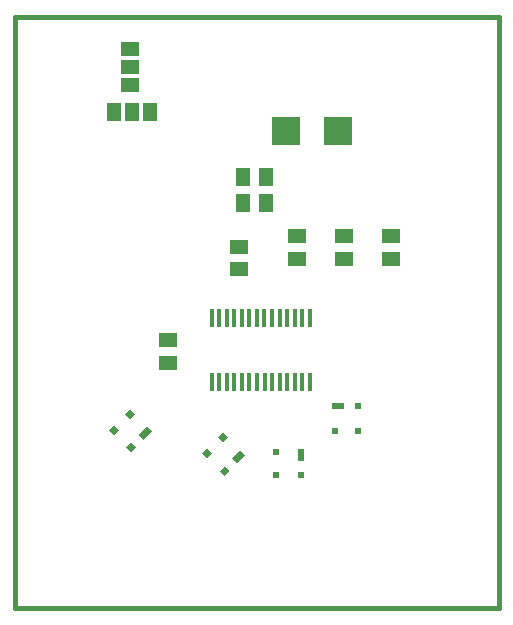
<source format=gbp>
G75*
%MOIN*%
%OFA0B0*%
%FSLAX24Y24*%
%IPPOS*%
%LPD*%
%AMOC8*
5,1,8,0,0,1.08239X$1,22.5*
%
%ADD10C,0.0160*%
%ADD11R,0.0138X0.0591*%
%ADD12R,0.0591X0.0512*%
%ADD13R,0.0512X0.0591*%
%ADD14R,0.0394X0.0236*%
%ADD15R,0.0236X0.0236*%
%ADD16R,0.0236X0.0394*%
%ADD17R,0.0236X0.0236*%
%ADD18R,0.0460X0.0630*%
%ADD19R,0.0630X0.0460*%
%ADD20R,0.0945X0.0945*%
D10*
X002254Y004003D02*
X018396Y004003D01*
X018396Y023688D01*
X002254Y023688D01*
X002254Y004003D01*
D11*
X008820Y011524D03*
X009072Y011524D03*
X009324Y011524D03*
X009576Y011524D03*
X009828Y011524D03*
X010080Y011524D03*
X010332Y011524D03*
X010584Y011524D03*
X010836Y011524D03*
X011088Y011524D03*
X011340Y011524D03*
X011592Y011524D03*
X011844Y011524D03*
X012096Y011524D03*
X012096Y013650D03*
X011844Y013650D03*
X011592Y013650D03*
X011340Y013650D03*
X011088Y013650D03*
X010836Y013650D03*
X010576Y013650D03*
X010332Y013650D03*
X010080Y013650D03*
X009828Y013650D03*
X009576Y013650D03*
X009324Y013650D03*
X009072Y013650D03*
X008820Y013650D03*
D12*
X009734Y015282D03*
X009734Y016031D03*
X011663Y016385D03*
X011663Y015637D03*
X013238Y015637D03*
X013238Y016385D03*
X014813Y016385D03*
X014813Y015637D03*
X007372Y012920D03*
X007372Y012172D03*
D13*
X009872Y017507D03*
X009872Y018373D03*
X010620Y018373D03*
X010620Y017507D03*
D14*
X013022Y010716D03*
G36*
X009501Y008983D02*
X009778Y009260D01*
X009945Y009093D01*
X009668Y008816D01*
X009501Y008983D01*
G37*
G36*
X006391Y009770D02*
X006668Y010047D01*
X006835Y009880D01*
X006558Y009603D01*
X006391Y009770D01*
G37*
D15*
X010974Y009180D03*
X010974Y008432D03*
X011801Y008432D03*
X012943Y009889D03*
X013691Y009889D03*
X013691Y010716D03*
D16*
X011801Y009101D03*
D17*
G36*
X009084Y008564D02*
X009250Y008730D01*
X009416Y008564D01*
X009250Y008398D01*
X009084Y008564D01*
G37*
G36*
X008500Y009149D02*
X008666Y009315D01*
X008832Y009149D01*
X008666Y008983D01*
X008500Y009149D01*
G37*
G36*
X009028Y009678D02*
X009194Y009844D01*
X009360Y009678D01*
X009194Y009512D01*
X009028Y009678D01*
G37*
G36*
X005974Y009352D02*
X006140Y009518D01*
X006306Y009352D01*
X006140Y009186D01*
X005974Y009352D01*
G37*
G36*
X005389Y009936D02*
X005555Y010102D01*
X005721Y009936D01*
X005555Y009770D01*
X005389Y009936D01*
G37*
G36*
X005918Y010465D02*
X006084Y010631D01*
X006250Y010465D01*
X006084Y010299D01*
X005918Y010465D01*
G37*
D18*
X006151Y020538D03*
X005551Y020538D03*
X006751Y020538D03*
D19*
X006112Y021434D03*
X006112Y022034D03*
X006112Y022634D03*
D20*
X011309Y019908D03*
X013041Y019908D03*
M02*

</source>
